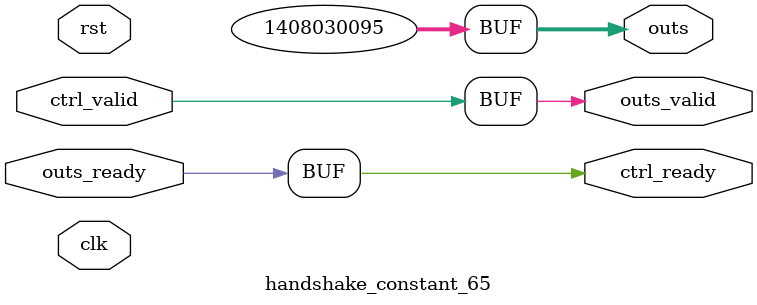
<source format=v>
`timescale 1ns / 1ps
module handshake_constant_65 #(
  parameter DATA_WIDTH = 32  // Default set to 32 bits
) (
  input                       clk,
  input                       rst,
  // Input Channel
  input                       ctrl_valid,
  output                      ctrl_ready,
  // Output Channel
  output [DATA_WIDTH - 1 : 0] outs,
  output                      outs_valid,
  input                       outs_ready
);
  assign outs       = 32'b01010011111011001101010110001111;
  assign outs_valid = ctrl_valid;
  assign ctrl_ready = outs_ready;

endmodule

</source>
